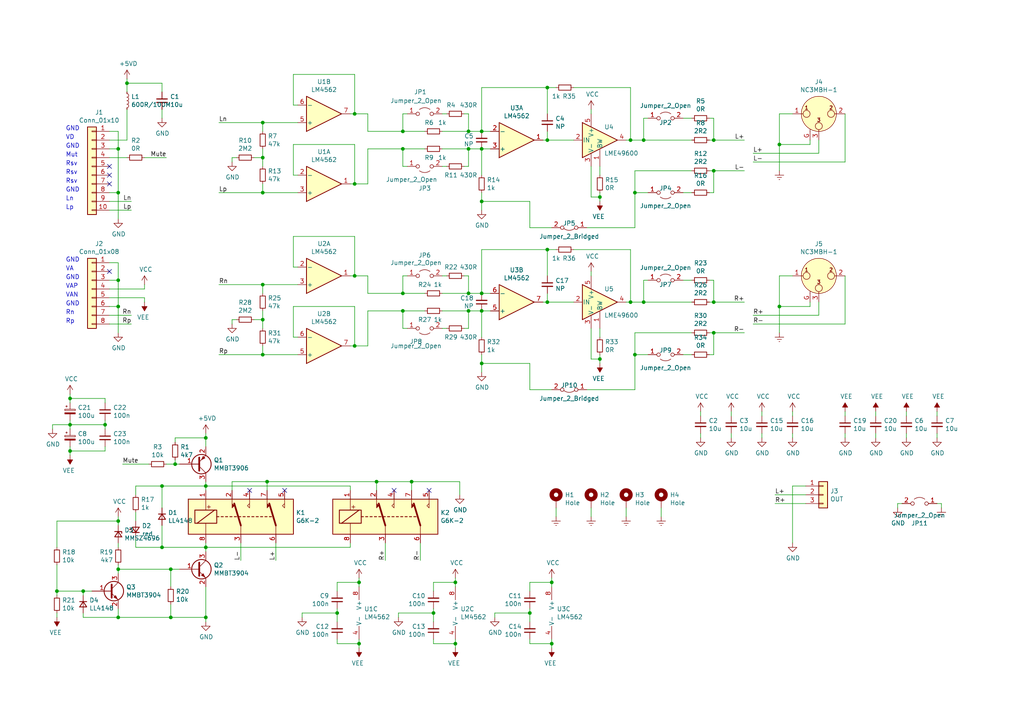
<source format=kicad_sch>
(kicad_sch (version 20211123) (generator eeschema)
  (paper "A4")
  (title_block (title "W-Output HP") (date "2021-03-27") (rev "2"))
  (junction (at 160.02 186.69))
  (junction (at 59.69 158.75))
  (junction (at 226.06 88.9))
  (junction (at 153.67 177.8))
  (junction (at 116.84 43.18))
  (junction (at 20.32 130.81))
  (junction (at 139.7 38.1))
  (junction (at 36.83 24.13))
  (junction (at 34.29 165.1))
  (junction (at 158.75 72.39))
  (junction (at 158.75 40.64))
  (junction (at 207.01 96.52))
  (junction (at 20.32 115.57))
  (junction (at 102.87 100.33))
  (junction (at 119.38 139.7))
  (junction (at 184.15 102.87))
  (junction (at 135.89 90.17))
  (junction (at 30.48 123.19))
  (junction (at 116.84 90.17))
  (junction (at 207.01 40.64))
  (junction (at 207.01 49.53))
  (junction (at 139.7 90.17))
  (junction (at 184.15 55.88))
  (junction (at 76.2 35.56))
  (junction (at 46.99 158.75))
  (junction (at 116.84 38.1))
  (junction (at 135.89 85.09))
  (junction (at 59.69 140.97))
  (junction (at 182.88 40.64))
  (junction (at 49.53 179.07))
  (junction (at 125.73 177.8))
  (junction (at 132.08 168.91))
  (junction (at 59.69 179.07))
  (junction (at 16.51 171.45))
  (junction (at 104.14 186.69))
  (junction (at 50.8 134.62))
  (junction (at 186.69 87.63))
  (junction (at 132.08 186.69))
  (junction (at 226.06 41.91))
  (junction (at 116.84 85.09))
  (junction (at 102.87 33.02))
  (junction (at 76.2 45.72))
  (junction (at 158.75 25.4))
  (junction (at 158.75 87.63))
  (junction (at 207.01 87.63))
  (junction (at 186.69 40.64))
  (junction (at 173.99 57.15))
  (junction (at 139.7 43.18))
  (junction (at 34.29 81.28))
  (junction (at 76.2 82.55))
  (junction (at 109.22 139.7))
  (junction (at 34.29 179.07))
  (junction (at 173.99 104.14))
  (junction (at 102.87 80.01))
  (junction (at 59.69 127))
  (junction (at 34.29 55.88))
  (junction (at 135.89 38.1))
  (junction (at 139.7 58.42))
  (junction (at 77.47 139.7))
  (junction (at 76.2 55.88))
  (junction (at 139.7 85.09))
  (junction (at 135.89 43.18))
  (junction (at 34.29 43.18))
  (junction (at 24.13 171.45))
  (junction (at 182.88 87.63))
  (junction (at 76.2 92.71))
  (junction (at 160.02 168.91))
  (junction (at 76.2 102.87))
  (junction (at 20.32 123.19))
  (junction (at 97.79 177.8))
  (junction (at 49.53 165.1))
  (junction (at 34.29 151.13))
  (junction (at 46.99 140.97))
  (junction (at 104.14 168.91))
  (junction (at 139.7 105.41))
  (junction (at 102.87 53.34))
  (junction (at 34.29 88.9))
  (no_connect (at 82.55 142.24))
  (no_connect (at 124.46 142.24))
  (no_connect (at 31.75 50.8))
  (no_connect (at 31.75 53.34))
  (no_connect (at 31.75 78.74))
  (no_connect (at 114.3 142.24))
  (no_connect (at 31.75 48.26))
  (no_connect (at 72.39 142.24))
  (wire (pts (xy 187.96 81.28) (xy 186.69 81.28)))
  (wire (pts (xy 106.68 85.09) (xy 116.84 85.09)))
  (wire (pts (xy 134.62 48.26) (xy 135.89 48.26)))
  (wire (pts (xy 153.67 66.04) (xy 160.02 66.04)))
  (wire (pts (xy 133.35 139.7) (xy 133.35 143.51)))
  (wire (pts (xy 109.22 142.24) (xy 109.22 139.7)))
  (wire (pts (xy 85.09 21.59) (xy 102.87 21.59)))
  (wire (pts (xy 24.13 179.07) (xy 34.29 179.07)))
  (wire (pts (xy 34.29 55.88) (xy 34.29 63.5)))
  (wire (pts (xy 245.11 80.01) (xy 245.11 93.98)))
  (wire (pts (xy 198.12 102.87) (xy 200.66 102.87)))
  (wire (pts (xy 207.01 49.53) (xy 215.9 49.53)))
  (wire (pts (xy 142.24 90.17) (xy 139.7 90.17)))
  (wire (pts (xy 63.5 35.56) (xy 76.2 35.56)))
  (wire (pts (xy 97.79 168.91) (xy 97.79 171.45)))
  (wire (pts (xy 102.87 53.34) (xy 101.6 53.34)))
  (wire (pts (xy 123.19 90.17) (xy 116.84 90.17)))
  (wire (pts (xy 184.15 49.53) (xy 184.15 55.88)))
  (wire (pts (xy 76.2 38.1) (xy 76.2 35.56)))
  (wire (pts (xy 39.37 140.97) (xy 39.37 143.51)))
  (wire (pts (xy 20.32 116.84) (xy 20.32 115.57)))
  (wire (pts (xy 31.75 43.18) (xy 34.29 43.18)))
  (wire (pts (xy 59.69 158.75) (xy 59.69 157.48)))
  (wire (pts (xy 128.27 48.26) (xy 129.54 48.26)))
  (wire (pts (xy 102.87 33.02) (xy 106.68 33.02)))
  (wire (pts (xy 271.78 120.65) (xy 271.78 119.38)))
  (wire (pts (xy 234.95 87.63) (xy 234.95 88.9)))
  (wire (pts (xy 86.36 77.47) (xy 85.09 77.47)))
  (wire (pts (xy 102.87 88.9) (xy 102.87 100.33)))
  (wire (pts (xy 76.2 43.18) (xy 76.2 45.72)))
  (wire (pts (xy 123.19 43.18) (xy 116.84 43.18)))
  (wire (pts (xy 59.69 127) (xy 59.69 129.54)))
  (wire (pts (xy 128.27 80.01) (xy 129.54 80.01)))
  (wire (pts (xy 20.32 129.54) (xy 20.32 130.81)))
  (wire (pts (xy 30.48 124.46) (xy 30.48 123.19)))
  (wire (pts (xy 31.75 55.88) (xy 34.29 55.88)))
  (wire (pts (xy 260.35 146.05) (xy 261.62 146.05)))
  (wire (pts (xy 187.96 34.29) (xy 186.69 34.29)))
  (wire (pts (xy 207.01 40.64) (xy 215.9 40.64)))
  (wire (pts (xy 76.2 90.17) (xy 76.2 92.71)))
  (wire (pts (xy 50.8 127) (xy 59.69 127)))
  (wire (pts (xy 85.09 41.91) (xy 102.87 41.91)))
  (wire (pts (xy 125.73 186.69) (xy 125.73 185.42)))
  (wire (pts (xy 59.69 140.97) (xy 101.6 140.97)))
  (wire (pts (xy 134.62 95.25) (xy 135.89 95.25)))
  (wire (pts (xy 67.31 93.98) (xy 67.31 92.71)))
  (wire (pts (xy 186.69 40.64) (xy 200.66 40.64)))
  (wire (pts (xy 229.87 119.38) (xy 229.87 120.65)))
  (wire (pts (xy 142.24 38.1) (xy 139.7 38.1)))
  (wire (pts (xy 153.67 105.41) (xy 153.67 113.03)))
  (wire (pts (xy 16.51 171.45) (xy 16.51 163.83)))
  (wire (pts (xy 226.06 33.02) (xy 226.06 41.91)))
  (wire (pts (xy 106.68 43.18) (xy 116.84 43.18)))
  (wire (pts (xy 262.89 120.65) (xy 262.89 119.38)))
  (wire (pts (xy 59.69 140.97) (xy 46.99 140.97)))
  (wire (pts (xy 67.31 45.72) (xy 68.58 45.72)))
  (wire (pts (xy 158.75 25.4) (xy 158.75 33.02)))
  (wire (pts (xy 24.13 171.45) (xy 26.67 171.45)))
  (wire (pts (xy 73.66 45.72) (xy 76.2 45.72)))
  (wire (pts (xy 46.99 147.32) (xy 46.99 140.97)))
  (wire (pts (xy 153.67 177.8) (xy 153.67 176.53)))
  (wire (pts (xy 16.51 171.45) (xy 24.13 171.45)))
  (wire (pts (xy 160.02 170.18) (xy 160.02 168.91)))
  (wire (pts (xy 132.08 170.18) (xy 132.08 168.91)))
  (wire (pts (xy 119.38 142.24) (xy 119.38 139.7)))
  (wire (pts (xy 50.8 134.62) (xy 52.07 134.62)))
  (wire (pts (xy 135.89 43.18) (xy 139.7 43.18)))
  (wire (pts (xy 41.91 83.82) (xy 41.91 82.55)))
  (wire (pts (xy 34.29 158.75) (xy 34.29 157.48)))
  (wire (pts (xy 125.73 180.34) (xy 125.73 177.8)))
  (wire (pts (xy 229.87 33.02) (xy 226.06 33.02)))
  (wire (pts (xy 102.87 100.33) (xy 106.68 100.33)))
  (wire (pts (xy 102.87 21.59) (xy 102.87 33.02)))
  (wire (pts (xy 139.7 85.09) (xy 139.7 72.39)))
  (wire (pts (xy 116.84 90.17) (xy 116.84 95.25)))
  (wire (pts (xy 116.84 33.02) (xy 118.11 33.02)))
  (wire (pts (xy 139.7 105.41) (xy 153.67 105.41)))
  (wire (pts (xy 135.89 33.02) (xy 135.89 38.1)))
  (wire (pts (xy 207.01 55.88) (xy 205.74 55.88)))
  (wire (pts (xy 173.99 105.41) (xy 173.99 104.14)))
  (wire (pts (xy 31.75 76.2) (xy 34.29 76.2)))
  (wire (pts (xy 116.84 85.09) (xy 116.84 80.01)))
  (wire (pts (xy 86.36 102.87) (xy 76.2 102.87)))
  (wire (pts (xy 134.62 33.02) (xy 135.89 33.02)))
  (wire (pts (xy 170.18 113.03) (xy 184.15 113.03)))
  (wire (pts (xy 106.68 90.17) (xy 116.84 90.17)))
  (wire (pts (xy 85.09 50.8) (xy 85.09 41.91)))
  (wire (pts (xy 184.15 55.88) (xy 187.96 55.88)))
  (wire (pts (xy 34.29 43.18) (xy 34.29 55.88)))
  (wire (pts (xy 97.79 177.8) (xy 97.79 176.53)))
  (wire (pts (xy 102.87 68.58) (xy 102.87 80.01)))
  (wire (pts (xy 31.75 38.1) (xy 34.29 38.1)))
  (wire (pts (xy 119.38 139.7) (xy 133.35 139.7)))
  (wire (pts (xy 173.99 48.26) (xy 173.99 50.8)))
  (wire (pts (xy 207.01 87.63) (xy 215.9 87.63)))
  (wire (pts (xy 128.27 38.1) (xy 135.89 38.1)))
  (wire (pts (xy 160.02 168.91) (xy 160.02 167.64)))
  (wire (pts (xy 16.51 158.75) (xy 16.51 151.13)))
  (wire (pts (xy 16.51 179.07) (xy 16.51 177.8)))
  (wire (pts (xy 245.11 127) (xy 245.11 125.73)))
  (wire (pts (xy 181.61 149.86) (xy 181.61 147.32)))
  (wire (pts (xy 16.51 151.13) (xy 34.29 151.13)))
  (wire (pts (xy 173.99 58.42) (xy 173.99 57.15)))
  (wire (pts (xy 207.01 81.28) (xy 205.74 81.28)))
  (wire (pts (xy 31.75 86.36) (xy 41.91 86.36)))
  (wire (pts (xy 34.29 81.28) (xy 34.29 88.9)))
  (wire (pts (xy 158.75 40.64) (xy 166.37 40.64)))
  (wire (pts (xy 31.75 83.82) (xy 41.91 83.82)))
  (wire (pts (xy 139.7 90.17) (xy 139.7 97.79)))
  (wire (pts (xy 166.37 25.4) (xy 182.88 25.4)))
  (wire (pts (xy 20.32 115.57) (xy 20.32 114.3)))
  (wire (pts (xy 158.75 25.4) (xy 161.29 25.4)))
  (wire (pts (xy 106.68 80.01) (xy 106.68 85.09)))
  (wire (pts (xy 135.89 48.26) (xy 135.89 43.18)))
  (wire (pts (xy 41.91 45.72) (xy 48.26 45.72)))
  (wire (pts (xy 59.69 160.02) (xy 59.69 158.75)))
  (wire (pts (xy 59.69 180.34) (xy 59.69 179.07)))
  (wire (pts (xy 85.09 68.58) (xy 102.87 68.58)))
  (wire (pts (xy 171.45 95.25) (xy 171.45 104.14)))
  (wire (pts (xy 31.75 58.42) (xy 38.1 58.42)))
  (wire (pts (xy 49.53 165.1) (xy 52.07 165.1)))
  (wire (pts (xy 203.2 125.73) (xy 203.2 127)))
  (wire (pts (xy 36.83 24.13) (xy 36.83 22.86)))
  (wire (pts (xy 182.88 40.64) (xy 186.69 40.64)))
  (wire (pts (xy 67.31 139.7) (xy 77.47 139.7)))
  (wire (pts (xy 143.51 177.8) (xy 153.67 177.8)))
  (wire (pts (xy 153.67 113.03) (xy 160.02 113.03)))
  (wire (pts (xy 153.67 58.42) (xy 153.67 66.04)))
  (wire (pts (xy 207.01 87.63) (xy 207.01 81.28)))
  (wire (pts (xy 234.95 40.64) (xy 234.95 41.91)))
  (wire (pts (xy 233.68 140.97) (xy 229.87 140.97)))
  (wire (pts (xy 30.48 130.81) (xy 30.48 129.54)))
  (wire (pts (xy 123.19 85.09) (xy 116.84 85.09)))
  (wire (pts (xy 245.11 120.65) (xy 245.11 119.38)))
  (wire (pts (xy 139.7 38.1) (xy 139.7 25.4)))
  (wire (pts (xy 182.88 72.39) (xy 182.88 87.63)))
  (wire (pts (xy 245.11 33.02) (xy 245.11 46.99)))
  (wire (pts (xy 30.48 123.19) (xy 30.48 121.92)))
  (wire (pts (xy 104.14 186.69) (xy 104.14 187.96)))
  (wire (pts (xy 135.89 95.25) (xy 135.89 90.17)))
  (wire (pts (xy 121.92 162.56) (xy 121.92 157.48)))
  (wire (pts (xy 186.69 87.63) (xy 200.66 87.63)))
  (wire (pts (xy 171.45 104.14) (xy 173.99 104.14)))
  (wire (pts (xy 101.6 158.75) (xy 101.6 157.48)))
  (wire (pts (xy 260.35 147.32) (xy 260.35 146.05)))
  (wire (pts (xy 203.2 120.65) (xy 203.2 119.38)))
  (wire (pts (xy 139.7 58.42) (xy 153.67 58.42)))
  (wire (pts (xy 191.77 149.86) (xy 191.77 147.32)))
  (wire (pts (xy 116.84 95.25) (xy 118.11 95.25)))
  (wire (pts (xy 205.74 96.52) (xy 207.01 96.52)))
  (wire (pts (xy 15.24 124.46) (xy 15.24 123.19)))
  (wire (pts (xy 132.08 186.69) (xy 125.73 186.69)))
  (wire (pts (xy 128.27 90.17) (xy 135.89 90.17)))
  (wire (pts (xy 160.02 186.69) (xy 153.67 186.69)))
  (wire (pts (xy 116.84 80.01) (xy 118.11 80.01)))
  (wire (pts (xy 116.84 38.1) (xy 116.84 33.02)))
  (wire (pts (xy 20.32 115.57) (xy 30.48 115.57)))
  (wire (pts (xy 59.69 125.73) (xy 59.69 127)))
  (wire (pts (xy 153.67 168.91) (xy 153.67 171.45)))
  (wire (pts (xy 104.14 186.69) (xy 97.79 186.69)))
  (wire (pts (xy 115.57 179.07) (xy 115.57 177.8)))
  (wire (pts (xy 220.98 120.65) (xy 220.98 119.38)))
  (wire (pts (xy 49.53 170.18) (xy 49.53 165.1)))
  (wire (pts (xy 46.99 152.4) (xy 46.99 158.75)))
  (wire (pts (xy 125.73 168.91) (xy 125.73 171.45)))
  (wire (pts (xy 104.14 168.91) (xy 104.14 167.64)))
  (wire (pts (xy 229.87 140.97) (xy 229.87 157.48)))
  (wire (pts (xy 224.79 146.05) (xy 233.68 146.05)))
  (wire (pts (xy 87.63 177.8) (xy 97.79 177.8)))
  (wire (pts (xy 205.74 40.64) (xy 207.01 40.64)))
  (wire (pts (xy 63.5 55.88) (xy 76.2 55.88)))
  (wire (pts (xy 34.29 165.1) (xy 49.53 165.1)))
  (wire (pts (xy 41.91 86.36) (xy 41.91 87.63)))
  (wire (pts (xy 160.02 186.69) (xy 160.02 187.96)))
  (wire (pts (xy 200.66 96.52) (xy 184.15 96.52)))
  (wire (pts (xy 158.75 72.39) (xy 161.29 72.39)))
  (wire (pts (xy 77.47 142.24) (xy 77.47 139.7)))
  (wire (pts (xy 49.53 175.26) (xy 49.53 179.07)))
  (wire (pts (xy 254 127) (xy 254 125.73)))
  (wire (pts (xy 36.83 24.13) (xy 46.99 24.13)))
  (wire (pts (xy 102.87 53.34) (xy 106.68 53.34)))
  (wire (pts (xy 31.75 60.96) (xy 38.1 60.96)))
  (wire (pts (xy 207.01 102.87) (xy 205.74 102.87)))
  (wire (pts (xy 271.78 127) (xy 271.78 125.73)))
  (wire (pts (xy 115.57 177.8) (xy 125.73 177.8)))
  (wire (pts (xy 135.89 85.09) (xy 139.7 85.09)))
  (wire (pts (xy 77.47 139.7) (xy 109.22 139.7)))
  (wire (pts (xy 39.37 151.13) (xy 39.37 148.59)))
  (wire (pts (xy 233.68 143.51) (xy 224.79 143.51)))
  (wire (pts (xy 128.27 43.18) (xy 135.89 43.18)))
  (wire (pts (xy 234.95 88.9) (xy 226.06 88.9)))
  (wire (pts (xy 170.18 66.04) (xy 184.15 66.04)))
  (wire (pts (xy 16.51 171.45) (xy 16.51 172.72)))
  (wire (pts (xy 34.29 88.9) (xy 34.29 96.52)))
  (wire (pts (xy 34.29 76.2) (xy 34.29 81.28)))
  (wire (pts (xy 181.61 40.64) (xy 182.88 40.64)))
  (wire (pts (xy 262.89 127) (xy 262.89 125.73)))
  (wire (pts (xy 226.06 80.01) (xy 226.06 88.9)))
  (wire (pts (xy 212.09 125.73) (xy 212.09 127)))
  (wire (pts (xy 134.62 80.01) (xy 135.89 80.01)))
  (wire (pts (xy 160.02 185.42) (xy 160.02 186.69)))
  (wire (pts (xy 31.75 93.98) (xy 38.1 93.98)))
  (wire (pts (xy 43.18 134.62) (xy 35.56 134.62)))
  (wire (pts (xy 198.12 34.29) (xy 200.66 34.29)))
  (wire (pts (xy 135.89 80.01) (xy 135.89 85.09)))
  (wire (pts (xy 207.01 34.29) (xy 205.74 34.29)))
  (wire (pts (xy 85.09 30.48) (xy 85.09 21.59)))
  (wire (pts (xy 158.75 85.09) (xy 158.75 87.63)))
  (wire (pts (xy 76.2 53.34) (xy 76.2 55.88)))
  (wire (pts (xy 143.51 179.07) (xy 143.51 177.8)))
  (wire (pts (xy 31.75 45.72) (xy 36.83 45.72)))
  (wire (pts (xy 59.69 142.24) (xy 59.69 140.97)))
  (wire (pts (xy 104.14 170.18) (xy 104.14 168.91)))
  (wire (pts (xy 198.12 55.88) (xy 200.66 55.88)))
  (wire (pts (xy 229.87 80.01) (xy 226.06 80.01)))
  (wire (pts (xy 85.09 77.47) (xy 85.09 68.58)))
  (wire (pts (xy 158.75 38.1) (xy 158.75 40.64)))
  (wire (pts (xy 20.32 123.19) (xy 30.48 123.19)))
  (wire (pts (xy 34.29 176.53) (xy 34.29 179.07)))
  (wire (pts (xy 182.88 40.64) (xy 182.88 25.4)))
  (wire (pts (xy 59.69 170.18) (xy 59.69 179.07)))
  (wire (pts (xy 139.7 55.88) (xy 139.7 58.42)))
  (wire (pts (xy 218.44 46.99) (xy 245.11 46.99)))
  (wire (pts (xy 76.2 85.09) (xy 76.2 82.55)))
  (wire (pts (xy 50.8 133.35) (xy 50.8 134.62)))
  (wire (pts (xy 207.01 96.52) (xy 215.9 96.52)))
  (wire (pts (xy 34.29 166.37) (xy 34.29 165.1)))
  (wire (pts (xy 184.15 113.03) (xy 184.15 102.87)))
  (wire (pts (xy 254 120.65) (xy 254 119.38)))
  (wire (pts (xy 218.44 93.98) (xy 245.11 93.98)))
  (wire (pts (xy 171.45 149.86) (xy 171.45 147.32)))
  (wire (pts (xy 153.67 186.69) (xy 153.67 185.42)))
  (wire (pts (xy 39.37 158.75) (xy 46.99 158.75)))
  (wire (pts (xy 132.08 168.91) (xy 125.73 168.91)))
  (wire (pts (xy 24.13 172.72) (xy 24.13 171.45)))
  (wire (pts (xy 116.84 48.26) (xy 118.11 48.26)))
  (wire (pts (xy 76.2 92.71) (xy 76.2 95.25)))
  (wire (pts (xy 20.32 123.19) (xy 20.32 121.92)))
  (wire (pts (xy 30.48 115.57) (xy 30.48 116.84)))
  (wire (pts (xy 171.45 48.26) (xy 171.45 57.15)))
  (wire (pts (xy 160.02 168.91) (xy 153.67 168.91)))
  (wire (pts (xy 86.36 35.56) (xy 76.2 35.56)))
  (wire (pts (xy 184.15 66.04) (xy 184.15 55.88)))
  (wire (pts (xy 234.95 41.91) (xy 226.06 41.91)))
  (wire (pts (xy 161.29 149.86) (xy 161.29 147.32)))
  (wire (pts (xy 106.68 53.34) (xy 106.68 43.18)))
  (wire (pts (xy 181.61 87.63) (xy 182.88 87.63)))
  (wire (pts (xy 198.12 81.28) (xy 200.66 81.28)))
  (wire (pts (xy 166.37 72.39) (xy 182.88 72.39)))
  (wire (pts (xy 135.89 38.1) (xy 139.7 38.1)))
  (wire (pts (xy 86.36 82.55) (xy 76.2 82.55)))
  (wire (pts (xy 67.31 142.24) (xy 67.31 139.7)))
  (wire (pts (xy 186.69 81.28) (xy 186.69 87.63)))
  (wire (pts (xy 109.22 139.7) (xy 119.38 139.7)))
  (wire (pts (xy 50.8 128.27) (xy 50.8 127)))
  (wire (pts (xy 132.08 185.42) (xy 132.08 186.69)))
  (wire (pts (xy 218.44 91.44) (xy 237.49 91.44)))
  (wire (pts (xy 173.99 104.14) (xy 173.99 102.87)))
  (wire (pts (xy 86.36 55.88) (xy 76.2 55.88)))
  (wire (pts (xy 128.27 85.09) (xy 135.89 85.09)))
  (wire (pts (xy 34.29 165.1) (xy 34.29 163.83)))
  (wire (pts (xy 157.48 87.63) (xy 158.75 87.63)))
  (wire (pts (xy 20.32 130.81) (xy 20.32 132.08)))
  (wire (pts (xy 102.87 100.33) (xy 101.6 100.33)))
  (wire (pts (xy 218.44 44.45) (xy 237.49 44.45)))
  (wire (pts (xy 207.01 49.53) (xy 207.01 55.88)))
  (wire (pts (xy 34.29 38.1) (xy 34.29 43.18)))
  (wire (pts (xy 205.74 87.63) (xy 207.01 87.63)))
  (wire (pts (xy 69.85 162.56) (xy 69.85 157.48)))
  (wire (pts (xy 139.7 102.87) (xy 139.7 105.41)))
  (wire (pts (xy 46.99 158.75) (xy 59.69 158.75)))
  (wire (pts (xy 220.98 125.73) (xy 220.98 127)))
  (wire (pts (xy 200.66 49.53) (xy 184.15 49.53)))
  (wire (pts (xy 87.63 179.07) (xy 87.63 177.8)))
  (wire (pts (xy 171.45 31.75) (xy 171.45 33.02)))
  (wire (pts (xy 139.7 43.18) (xy 139.7 50.8)))
  (wire (pts (xy 102.87 41.91) (xy 102.87 53.34)))
  (wire (pts (xy 39.37 158.75) (xy 39.37 156.21)))
  (wire (pts (xy 104.14 185.42) (xy 104.14 186.69)))
  (wire (pts (xy 116.84 43.18) (xy 116.84 48.26)))
  (wire (pts (xy 34.29 179.07) (xy 49.53 179.07)))
  (wire (pts (xy 139.7 25.4) (xy 158.75 25.4)))
  (wire (pts (xy 173.99 95.25) (xy 173.99 97.79)))
  (wire (pts (xy 20.32 124.46) (xy 20.32 123.19)))
  (wire (pts (xy 36.83 40.64) (xy 36.83 31.75)))
  (wire (pts (xy 237.49 40.64) (xy 237.49 44.45)))
  (wire (pts (xy 184.15 96.52) (xy 184.15 102.87)))
  (wire (pts (xy 101.6 140.97) (xy 101.6 142.24)))
  (wire (pts (xy 142.24 85.09) (xy 139.7 85.09)))
  (wire (pts (xy 31.75 91.44) (xy 38.1 91.44)))
  (wire (pts (xy 158.75 72.39) (xy 158.75 80.01)))
  (wire (pts (xy 67.31 46.99) (xy 67.31 45.72)))
  (wire (pts (xy 273.05 146.05) (xy 273.05 147.32)))
  (wire (pts (xy 226.06 41.91) (xy 226.06 49.53)))
  (wire (pts (xy 173.99 57.15) (xy 173.99 55.88)))
  (wire (pts (xy 46.99 140.97) (xy 39.37 140.97)))
  (wire (pts (xy 207.01 40.64) (xy 207.01 34.29)))
  (wire (pts (xy 76.2 45.72) (xy 76.2 48.26)))
  (wire (pts (xy 207.01 96.52) (xy 207.01 102.87)))
  (wire (pts (xy 59.69 140.97) (xy 59.69 139.7)))
  (wire (pts (xy 80.01 162.56) (xy 80.01 157.48)))
  (wire (pts (xy 73.66 92.71) (xy 76.2 92.71)))
  (wire (pts (xy 128.27 95.25) (xy 129.54 95.25)))
  (wire (pts (xy 139.7 105.41) (xy 139.7 107.95)))
  (wire (pts (xy 132.08 168.91) (xy 132.08 167.64)))
  (wire (pts (xy 63.5 102.87) (xy 76.2 102.87)))
  (wire (pts (xy 205.74 49.53) (xy 207.01 49.53)))
  (wire (pts (xy 102.87 33.02) (xy 101.6 33.02)))
  (wire (pts (xy 171.45 57.15) (xy 173.99 57.15)))
  (wire (pts (xy 186.69 34.29) (xy 186.69 40.64)))
  (wire (pts (xy 111.76 157.48) (xy 111.76 162.56)))
  (wire (pts (xy 46.99 24.13) (xy 46.99 26.67)))
  (wire (pts (xy 104.14 168.91) (xy 97.79 168.91)))
  (wire (pts (xy 142.24 43.18) (xy 139.7 43.18)))
  (wire (pts (xy 123.19 38.1) (xy 116.84 38.1)))
  (wire (pts (xy 102.87 80.01) (xy 101.6 80.01)))
  (wire (pts (xy 132.08 186.69) (xy 132.08 187.96)))
  (wire (pts (xy 36.83 26.67) (xy 36.83 24.13)))
  (wire (pts (xy 226.06 88.9) (xy 226.06 96.52)))
  (wire (pts (xy 157.48 40.64) (xy 158.75 40.64)))
  (wire (pts (xy 139.7 72.39) (xy 158.75 72.39)))
  (wire (pts (xy 46.99 34.29) (xy 46.99 31.75)))
  (wire (pts (xy 48.26 134.62) (xy 50.8 134.62)))
  (wire (pts (xy 106.68 33.02) (xy 106.68 38.1)))
  (wire (pts (xy 106.68 100.33) (xy 106.68 90.17)))
  (wire (pts (xy 86.36 97.79) (xy 85.09 97.79)))
  (wire (pts (xy 59.69 158.75) (xy 101.6 158.75)))
  (wire (pts (xy 49.53 179.07) (xy 59.69 179.07)))
  (wire (pts (xy 31.75 88.9) (xy 34.29 88.9)))
  (wire (pts (xy 97.79 180.34) (xy 97.79 177.8)))
  (wire (pts (xy 135.89 90.17) (xy 139.7 90.17)))
  (wire (pts (xy 86.36 30.48) (xy 85.09 30.48)))
  (wire (pts (xy 24.13 177.8) (xy 24.13 179.07)))
  (wire (pts (xy 20.32 130.81) (xy 30.48 130.81)))
  (wire (pts (xy 128.27 33.02) (xy 129.54 33.02)))
  (wire (pts (xy 97.79 186.69) (xy 97.79 185.42)))
  (wire (pts (xy 76.2 100.33) (xy 76.2 102.87)))
  (wire (pts (xy 125.73 177.8) (xy 125.73 176.53)))
  (wire (pts (xy 106.68 38.1) (xy 116.84 38.1)))
  (wire (pts (xy 85.09 88.9) (xy 102.87 88.9)))
  (wire (pts (xy 271.78 146.05) (xy 273.05 146.05)))
  (wire (pts (xy 139.7 58.42) (xy 139.7 60.96)))
  (wire (pts (xy 85.09 97.79) (xy 85.09 88.9)))
  (wire (pts (xy 31.75 40.64) (xy 36.83 40.64)))
  (wire (pts (xy 15.24 123.19) (xy 20.32 123.19)))
  (wire (pts (xy 34.29 149.86) (xy 34.29 151.13)))
  (wire (pts (xy 31.75 81.28) (xy 34.29 81.28)))
  (wire (pts (xy 86.36 50.8) (xy 85.09 50.8)))
  (wire (pts (xy 229.87 125.73) (xy 229.87 127)))
  (wire (pts (xy 102.87 80.01) (xy 106.68 80.01)))
  (wire (pts (xy 184.15 102.87) (xy 187.96 102.87)))
  (wire (pts (xy 171.45 78.74) (xy 171.45 80.01)))
  (wire (pts (xy 153.67 180.34) (xy 153.67 177.8)))
  (wire (pts (xy 182.88 87.63) (xy 186.69 87.63)))
  (wire (pts (xy 67.31 92.71) (xy 68.58 92.71)))
  (wire (pts (xy 63.5 82.55) (xy 76.2 82.55)))
  (wire (pts (xy 34.29 152.4) (xy 34.29 151.13)))
  (wire (pts (xy 212.09 120.65) (xy 212.09 119.38)))
  (wire (pts (xy 166.37 87.63) (xy 158.75 87.63)))
  (wire (pts (xy 237.49 87.63) (xy 237.49 91.44)))
  (text "Mut" (at 19.05 45.72 0) (effects (font (size 1.27 1.27)) (justify left bottom)))
  (text "GND" (at 19.05 43.18 0) (effects (font (size 1.27 1.27)) (justify left bottom)))
  (text "Rn" (at 19.05 91.44 0) (effects (font (size 1.27 1.27)) (justify left bottom)))
  (text "Rsv" (at 19.05 48.26 0) (effects (font (size 1.27 1.27)) (justify left bottom)))
  (text "GND" (at 19.05 81.28 0) (effects (font (size 1.27 1.27)) (justify left bottom)))
  (text "VAN" (at 19.05 86.36 0) (effects (font (size 1.27 1.27)) (justify left bottom)))
  (text "Rsv" (at 19.05 53.34 0) (effects (font (size 1.27 1.27)) (justify left bottom)))
  (text "VA" (at 19.05 78.74 0) (effects (font (size 1.27 1.27)) (justify left bottom)))
  (text "GND" (at 19.05 55.88 0) (effects (font (size 1.27 1.27)) (justify left bottom)))
  (text "GND" (at 19.05 76.2 0) (effects (font (size 1.27 1.27)) (justify left bottom)))
  (text "Rp" (at 19.05 93.98 0) (effects (font (size 1.27 1.27)) (justify left bottom)))
  (text "Lp" (at 19.05 60.96 0) (effects (font (size 1.27 1.27)) (justify left bottom)))
  (text "VAP" (at 19.05 83.82 0) (effects (font (size 1.27 1.27)) (justify left bottom)))
  (text "Rsv" (at 19.05 50.8 0) (effects (font (size 1.27 1.27)) (justify left bottom)))
  (text "VD" (at 19.05 40.64 0) (effects (font (size 1.27 1.27)) (justify left bottom)))
  (text "GND" (at 19.05 38.1 0) (effects (font (size 1.27 1.27)) (justify left bottom)))
  (text "GND" (at 19.05 88.9 0) (effects (font (size 1.27 1.27)) (justify left bottom)))
  (text "Ln" (at 19.05 58.42 0) (effects (font (size 1.27 1.27)) (justify left bottom)))
  (label "Mute" (at 48.26 45.72 180))
  (label "R+" (at 215.9 87.63 180))
  (label "R-" (at 215.9 96.52 180))
  (label "R-" (at 121.92 162.56 90))
  (label "Rn" (at 63.5 82.55 0))
  (label "L+" (at 80.01 162.56 90))
  (label "Mute" (at 35.56 134.62 0))
  (label "L-" (at 69.85 162.56 90))
  (label "L-" (at 215.9 49.53 180))
  (label "L+" (at 215.9 40.64 180))
  (label "L-" (at 218.44 46.99 0))
  (label "Rp" (at 38.1 93.98 180))
  (label "Lp" (at 38.1 60.96 180))
  (label "R+" (at 111.76 162.56 90))
  (label "Rp" (at 63.5 102.87 0))
  (label "Ln" (at 38.1 58.42 180))
  (label "R+" (at 224.79 146.05 0))
  (label "Rn" (at 38.1 91.44 180))
  (label "Lp" (at 63.5 55.88 0))
  (label "L+" (at 224.79 143.51 0))
  (label "Ln" (at 63.5 35.56 0))
  (label "L+" (at 218.44 44.45 0))
  (label "R-" (at 218.44 93.98 0))
  (label "R+" (at 218.44 91.44 0))
  (symbol (lib_id "Connector_Generic:Conn_01x10") (at 26.67 48.26 0) (mirror y) (unit 1)
    (property "Reference" "J1" (at 28.7528 32.5882 0))
    (property "Value" "Conn_01x10" (at 28.7528 34.8996 0))
    (property "Footprint" "Connector_PinSocket_2.54mm:PinSocket_1x10_P2.54mm_Vertical" (effects hide))
  )
  (symbol (lib_id "Connector_Generic:Conn_01x08") (at 26.67 83.82 0) (mirror y) (unit 1)
    (property "Reference" "J2" (at 28.7528 70.6882 0))
    (property "Value" "Conn_01x08" (at 28.7528 72.9996 0))
    (property "Footprint" "Connector_PinSocket_2.54mm:PinSocket_1x08_P2.54mm_Vertical" (effects hide))
  )
  (symbol (lib_id "power:GND") (at 34.29 96.52 0) (unit 1)
    (property "Reference" "#PWR0101" (effects hide))
    (property "Value" "GND" (at 34.417 100.9142 0))
  )
  (symbol (lib_id "power:GND") (at 34.29 63.5 0) (unit 1)
    (property "Reference" "#PWR0102" (effects hide))
    (property "Value" "GND" (at 34.417 67.8942 0))
  )
  (symbol (lib_id "Device:R_Small") (at 39.37 45.72 270) (unit 1)
    (property "Reference" "R2" (at 39.37 40.7416 90))
    (property "Value" "0R" (at 39.37 43.053 90))
    (property "Footprint" "Resistor_SMD:R_0603_1608Metric" (effects hide))
    (property "LCSC" "C21189" (effects hide))
  )
  (symbol (lib_id "power:VCC") (at 41.91 82.55 0) (unit 1)
    (property "Reference" "#PWR0103" (effects hide))
    (property "Value" "VCC" (at 42.291 78.1558 0))
  )
  (symbol (lib_id "power:VEE") (at 41.91 87.63 180) (unit 1)
    (property "Reference" "#PWR0104" (effects hide))
    (property "Value" "VEE" (at 41.529 92.0242 0))
  )
  (symbol (lib_id "power:+5VD") (at 36.83 22.86 0) (unit 1)
    (property "Reference" "#PWR0105" (effects hide))
    (property "Value" "+5VD" (at 37.211 18.4658 0))
  )
  (symbol (lib_id "Device:L_Small") (at 36.83 29.21 0) (unit 1)
    (property "Reference" "L1" (at 38.0492 28.0416 0) (effects (justify left)))
    (property "Value" "600R/100M" (at 38.0492 30.353 0) (effects (justify left)))
    (property "Footprint" "Inductor_SMD:L_0805_2012Metric" (effects hide))
    (property "LCSC" "C1017" (effects hide))
  )
  (symbol (lib_id "Device:C_Small") (at 46.99 29.21 0) (unit 1)
    (property "Reference" "C1" (at 49.3268 28.0416 0) (effects (justify left)))
    (property "Value" "10u" (at 49.3268 30.353 0) (effects (justify left)))
    (property "Footprint" "Capacitor_SMD:C_0805_2012Metric" (effects hide))
    (property "LCSC" "C15850" (effects hide))
  )
  (symbol (lib_id "power:GND") (at 46.99 34.29 0) (unit 1)
    (property "Reference" "#PWR0106" (effects hide))
    (property "Value" "GND" (at 47.117 38.6842 0))
  )
  (symbol (lib_id "Device:Q_PNP_BEC") (at 57.15 134.62 0) (mirror x) (unit 1)
    (property "Reference" "Q1" (at 62.0014 133.4516 0) (effects (justify left)))
    (property "Value" "MMBT3906" (at 62.0014 135.763 0) (effects (justify left)))
    (property "Footprint" "Package_TO_SOT_SMD:SOT-23" (effects hide))
    (property "LCSC" "C53444" (effects hide))
  )
  (symbol (lib_id "Device:Q_NPN_BEC") (at 57.15 165.1 0) (unit 1)
    (property "Reference" "Q2" (at 62.0014 163.9316 0) (effects (justify left)))
    (property "Value" "MMBT3904" (at 62.0014 166.243 0) (effects (justify left)))
    (property "Footprint" "Package_TO_SOT_SMD:SOT-23" (effects hide))
    (property "LCSC" "C81464" (effects hide))
  )
  (symbol (lib_id "Device:R_Small") (at 45.72 134.62 270) (unit 1)
    (property "Reference" "R3" (at 45.72 129.6416 90))
    (property "Value" "10k" (at 45.72 131.953 90))
    (property "Footprint" "Resistor_SMD:R_0603_1608Metric" (effects hide))
    (property "LCSC" "C25804" (effects hide))
  )
  (symbol (lib_id "Device:R_Small") (at 50.8 130.81 0) (unit 1)
    (property "Reference" "R1" (at 52.2986 129.6416 0) (effects (justify left)))
    (property "Value" "4k7" (at 52.2986 131.953 0) (effects (justify left)))
    (property "Footprint" "Resistor_SMD:R_0603_1608Metric" (effects hide))
    (property "LCSC" "C23162" (effects hide))
  )
  (symbol (lib_id "power:+5VD") (at 59.69 125.73 0) (unit 1)
    (property "Reference" "#PWR0107" (effects hide))
    (property "Value" "+5VD" (at 60.071 121.3358 0))
  )
  (symbol (lib_id "Relay:G6K-2") (at 69.85 149.86 0) (unit 1)
    (property "Reference" "K1" (at 85.852 148.6916 0) (effects (justify left)))
    (property "Value" "G6K-2" (at 85.852 151.003 0) (effects (justify left)))
    (property "Footprint" "Relay_SMD:Relay_DPDT_Omron_G6K-2F-Y" (effects hide))
    (property "Datasheet" "http://omronfs.omron.com/en_US/ecb/products/pdf/en-g6k.pdf" (effects hide))
    (property "LCSC" "C47190" (effects hide))
  )
  (symbol (lib_id "Device:R_Small") (at 39.37 146.05 0) (unit 1)
    (property "Reference" "R17" (at 40.8686 144.8816 0) (effects (justify left)))
    (property "Value" "1k" (at 40.8686 147.193 0) (effects (justify left)))
    (property "Footprint" "Resistor_SMD:R_0603_1608Metric" (effects hide))
    (property "LCSC" "C21190" (effects hide))
  )
  (symbol (lib_id "Device:LED_Small") (at 39.37 153.67 90) (unit 1)
    (property "Reference" "D2" (at 41.148 152.5016 90) (effects (justify right)))
    (property "Value" "red" (at 41.148 154.813 90) (effects (justify right)))
    (property "Footprint" "LED_SMD:LED_0603_1608Metric" (effects hide))
    (property "LCSC" "C2286" (effects hide))
  )
  (symbol (lib_id "Device:D_Small") (at 46.99 149.86 270) (unit 1)
    (property "Reference" "D1" (at 48.768 148.6916 90) (effects (justify left)))
    (property "Value" "LL4148" (at 48.768 151.003 90) (effects (justify left)))
    (property "Footprint" "Diode_SMD:D_MiniMELF" (effects hide))
    (property "LCSC" "C9808" (effects hide))
  )
  (symbol (lib_id "Device:R_Small") (at 49.53 172.72 180) (unit 1)
    (property "Reference" "R20" (at 51.0286 171.5516 0) (effects (justify right)))
    (property "Value" "10k" (at 51.0286 173.863 0) (effects (justify right)))
    (property "Footprint" "Resistor_SMD:R_0603_1608Metric" (effects hide))
    (property "LCSC" "C25804" (effects hide))
  )
  (symbol (lib_id "power:GND") (at 59.69 180.34 0) (unit 1)
    (property "Reference" "#PWR0108" (effects hide))
    (property "Value" "GND" (at 59.817 184.7342 0))
  )
  (symbol (lib_id "Device:Q_NPN_BEC") (at 31.75 171.45 0) (unit 1)
    (property "Reference" "Q3" (at 36.6014 170.2816 0) (effects (justify left)))
    (property "Value" "MMBT3904" (at 36.6014 172.593 0) (effects (justify left)))
    (property "Footprint" "Package_TO_SOT_SMD:SOT-23" (effects hide))
    (property "LCSC" "C81464" (effects hide))
  )
  (symbol (lib_id "Device:R_Small") (at 34.29 161.29 0) (mirror x) (unit 1)
    (property "Reference" "R19" (at 32.7914 160.1216 0) (effects (justify right)))
    (property "Value" "4k7" (at 32.7914 162.433 0) (effects (justify right)))
    (property "Footprint" "Resistor_SMD:R_0603_1608Metric" (effects hide))
    (property "LCSC" "C23162" (effects hide))
  )
  (symbol (lib_id "Device:R_Small") (at 16.51 161.29 180) (unit 1)
    (property "Reference" "R18" (at 18.0086 160.1216 0) (effects (justify right)))
    (property "Value" "10k" (at 18.0086 162.433 0) (effects (justify right)))
    (property "Footprint" "Resistor_SMD:R_0603_1608Metric" (effects hide))
    (property "LCSC" "C25804" (effects hide))
  )
  (symbol (lib_id "Device:R_Small") (at 16.51 175.26 180) (unit 1)
    (property "Reference" "R21" (at 18.0086 174.0916 0) (effects (justify right)))
    (property "Value" "10k" (at 18.0086 176.403 0) (effects (justify right)))
    (property "Footprint" "Resistor_SMD:R_0603_1608Metric" (effects hide))
    (property "LCSC" "C25804" (effects hide))
  )
  (symbol (lib_id "power:VEE") (at 16.51 179.07 180) (unit 1)
    (property "Reference" "#PWR0109" (effects hide))
    (property "Value" "VEE" (at 16.129 183.4642 0))
  )
  (symbol (lib_id "power:VCC") (at 34.29 149.86 0) (unit 1)
    (property "Reference" "#PWR0110" (effects hide))
    (property "Value" "VCC" (at 34.671 145.4658 0))
  )
  (symbol (lib_id "Device:D_Zener_Small") (at 34.29 154.94 270) (unit 1)
    (property "Reference" "D3" (at 36.068 153.7716 90) (effects (justify left)))
    (property "Value" "MMSZ4696" (at 36.068 156.083 90) (effects (justify left)))
    (property "Footprint" "Diode_SMD:D_SOD-123" (effects hide))
    (property "LCSC" "C93559" (effects hide))
  )
  (symbol (lib_id "Amplifier_Operational:LM4562") (at 93.98 53.34 0) (mirror x) (unit 1)
    (property "Reference" "U1" (at 93.98 44.0182 0))
    (property "Value" "LM4562" (at 93.98 46.3296 0))
    (property "Footprint" "Package_SO:SOIC-8_3.9x4.9mm_P1.27mm" (effects hide))
    (property "Datasheet" "http://www.ti.com/lit/ds/symlink/lm4562.pdf" (effects hide))
    (property "LCSC" "C57367" (effects hide))
  )
  (symbol (lib_id "Amplifier_Operational:LM4562") (at 93.98 33.02 0) (mirror x) (unit 2)
    (property "Reference" "U1" (at 93.98 23.6982 0))
    (property "Value" "LM4562" (at 93.98 26.0096 0))
    (property "Footprint" "Package_SO:SOIC-8_3.9x4.9mm_P1.27mm" (effects hide))
    (property "Datasheet" "http://www.ti.com/lit/ds/symlink/lm4562.pdf" (effects hide))
    (property "LCSC" "C57367" (effects hide))
  )
  (symbol (lib_id "Amplifier_Operational:LM4562") (at 106.68 177.8 0) (unit 3)
    (property "Reference" "U1" (at 105.6132 176.6316 0) (effects (justify left)))
    (property "Value" "LM4562" (at 105.6132 178.943 0) (effects (justify left)))
    (property "Footprint" "Package_SO:SOIC-8_3.9x4.9mm_P1.27mm" (effects hide))
    (property "Datasheet" "http://www.ti.com/lit/ds/symlink/lm4562.pdf" (effects hide))
    (property "LCSC" "C57367" (effects hide))
  )
  (symbol (lib_id "Device:C_Small") (at 97.79 173.99 0) (mirror x) (unit 1)
    (property "Reference" "C9" (at 95.4532 172.8216 0) (effects (justify right)))
    (property "Value" "100n" (at 95.4532 175.133 0) (effects (justify right)))
    (property "Footprint" "Capacitor_SMD:C_0603_1608Metric" (effects hide))
    (property "LCSC" "C14663" (effects hide))
  )
  (symbol (lib_id "Device:C_Small") (at 97.79 182.88 0) (mirror x) (unit 1)
    (property "Reference" "C12" (at 95.4532 181.7116 0) (effects (justify right)))
    (property "Value" "100n" (at 95.4532 184.023 0) (effects (justify right)))
    (property "Footprint" "Capacitor_SMD:C_0603_1608Metric" (effects hide))
    (property "LCSC" "C14663" (effects hide))
  )
  (symbol (lib_id "power:VCC") (at 104.14 167.64 0) (unit 1)
    (property "Reference" "#PWR0111" (effects hide))
    (property "Value" "VCC" (at 104.521 163.2458 0))
  )
  (symbol (lib_id "power:VEE") (at 104.14 187.96 180) (unit 1)
    (property "Reference" "#PWR0112" (effects hide))
    (property "Value" "VEE" (at 103.759 192.3542 0))
  )
  (symbol (lib_id "power:GND") (at 87.63 179.07 0) (unit 1)
    (property "Reference" "#PWR0113" (effects hide))
    (property "Value" "GND" (at 87.757 183.4642 0))
  )
  (symbol (lib_id "Amplifier_Operational:LM4562") (at 134.62 177.8 0) (unit 3)
    (property "Reference" "U2" (at 133.5532 176.6316 0) (effects (justify left)))
    (property "Value" "LM4562" (at 133.5532 178.943 0) (effects (justify left)))
    (property "Footprint" "Package_SO:SOIC-8_3.9x4.9mm_P1.27mm" (effects hide))
    (property "Datasheet" "http://www.ti.com/lit/ds/symlink/lm4562.pdf" (effects hide))
    (property "LCSC" "C57367" (effects hide))
  )
  (symbol (lib_id "Device:C_Small") (at 125.73 173.99 0) (mirror x) (unit 1)
    (property "Reference" "C10" (at 123.3932 172.8216 0) (effects (justify right)))
    (property "Value" "100n" (at 123.3932 175.133 0) (effects (justify right)))
    (property "Footprint" "Capacitor_SMD:C_0603_1608Metric" (effects hide))
    (property "LCSC" "C14663" (effects hide))
  )
  (symbol (lib_id "Device:C_Small") (at 125.73 182.88 0) (mirror x) (unit 1)
    (property "Reference" "C13" (at 123.3932 181.7116 0) (effects (justify right)))
    (property "Value" "100n" (at 123.3932 184.023 0) (effects (justify right)))
    (property "Footprint" "Capacitor_SMD:C_0603_1608Metric" (effects hide))
    (property "LCSC" "C14663" (effects hide))
  )
  (symbol (lib_id "power:VCC") (at 132.08 167.64 0) (unit 1)
    (property "Reference" "#PWR0114" (effects hide))
    (property "Value" "VCC" (at 132.461 163.2458 0))
  )
  (symbol (lib_id "power:VEE") (at 132.08 187.96 180) (unit 1)
    (property "Reference" "#PWR0115" (effects hide))
    (property "Value" "VEE" (at 131.699 192.3542 0))
  )
  (symbol (lib_id "power:GND") (at 115.57 179.07 0) (unit 1)
    (property "Reference" "#PWR0116" (effects hide))
    (property "Value" "GND" (at 115.697 183.4642 0))
  )
  (symbol (lib_id "Amplifier_Operational:LM4562") (at 162.56 177.8 0) (unit 3)
    (property "Reference" "U3" (at 161.4932 176.6316 0) (effects (justify left)))
    (property "Value" "LM4562" (at 161.4932 178.943 0) (effects (justify left)))
    (property "Footprint" "Package_SO:SOIC-8_3.9x4.9mm_P1.27mm" (effects hide))
    (property "Datasheet" "http://www.ti.com/lit/ds/symlink/lm4562.pdf" (effects hide))
    (property "LCSC" "C57367" (effects hide))
  )
  (symbol (lib_id "Device:C_Small") (at 153.67 173.99 0) (mirror x) (unit 1)
    (property "Reference" "C11" (at 151.3332 172.8216 0) (effects (justify right)))
    (property "Value" "100n" (at 151.3332 175.133 0) (effects (justify right)))
    (property "Footprint" "Capacitor_SMD:C_0603_1608Metric" (effects hide))
    (property "LCSC" "C14663" (effects hide))
  )
  (symbol (lib_id "Device:C_Small") (at 153.67 182.88 0) (mirror x) (unit 1)
    (property "Reference" "C14" (at 151.3332 181.7116 0) (effects (justify right)))
    (property "Value" "100n" (at 151.3332 184.023 0) (effects (justify right)))
    (property "Footprint" "Capacitor_SMD:C_0603_1608Metric" (effects hide))
    (property "LCSC" "C14663" (effects hide))
  )
  (symbol (lib_id "power:VCC") (at 160.02 167.64 0) (unit 1)
    (property "Reference" "#PWR0117" (effects hide))
    (property "Value" "VCC" (at 160.401 163.2458 0))
  )
  (symbol (lib_id "power:VEE") (at 160.02 187.96 180) (unit 1)
    (property "Reference" "#PWR0118" (effects hide))
    (property "Value" "VEE" (at 159.639 192.3542 0))
  )
  (symbol (lib_id "power:GND") (at 143.51 179.07 0) (unit 1)
    (property "Reference" "#PWR0119" (effects hide))
    (property "Value" "GND" (at 143.637 183.4642 0))
  )
  (symbol (lib_id "Device:R_Small") (at 76.2 40.64 0) (unit 1)
    (property "Reference" "R7" (at 77.6986 39.4716 0) (effects (justify left)))
    (property "Value" "47k" (at 77.6986 41.783 0) (effects (justify left)))
    (property "Footprint" "Resistor_SMD:R_0603_1608Metric" (effects hide))
    (property "LCSC" "C25819" (effects hide))
  )
  (symbol (lib_id "Device:R_Small") (at 71.12 45.72 270) (unit 1)
    (property "Reference" "R10" (at 71.12 40.7416 90))
    (property "Value" "2M2" (at 71.12 43.053 90))
    (property "Footprint" "Resistor_SMD:R_0603_1608Metric" (effects hide))
    (property "LCSC" "C22938" (effects hide))
  )
  (symbol (lib_id "Device:R_Small") (at 76.2 50.8 0) (unit 1)
    (property "Reference" "R13" (at 77.6986 49.6316 0) (effects (justify left)))
    (property "Value" "47k" (at 77.6986 51.943 0) (effects (justify left)))
    (property "Footprint" "Resistor_SMD:R_0603_1608Metric" (effects hide))
    (property "LCSC" "C25819" (effects hide))
  )
  (symbol (lib_id "power:GND") (at 67.31 46.99 0) (unit 1)
    (property "Reference" "#PWR0120" (effects hide))
    (property "Value" "GND" (at 67.437 51.3842 0))
  )
  (symbol (lib_id "Amplifier_Operational:LM4562") (at 149.86 40.64 0) (mirror x) (unit 1)
    (property "Reference" "U3" (at 149.86 31.3182 0))
    (property "Value" "LM4562" (at 149.86 33.6296 0))
    (property "Footprint" "Package_SO:SOIC-8_3.9x4.9mm_P1.27mm" (effects hide))
    (property "Datasheet" "http://www.ti.com/lit/ds/symlink/lm4562.pdf" (effects hide))
    (property "LCSC" "C57367" (effects hide))
  )
  (symbol (lib_id "Device:R_Small") (at 125.73 38.1 270) (unit 1)
    (property "Reference" "R6" (at 124.46 35.56 90))
    (property "Value" "1k" (at 128.27 35.56 90))
    (property "Footprint" "Resistor_SMD:R_0603_1608Metric" (effects hide))
    (property "LCSC" "C21190" (effects hide))
  )
  (symbol (lib_id "Device:C_Small") (at 139.7 40.64 0) (mirror x) (unit 1)
    (property "Reference" "C5" (at 137.3632 39.4716 0) (effects (justify right)))
    (property "Value" "NP" (at 137.3632 41.783 0) (effects (justify right)))
    (property "Footprint" "Capacitor_SMD:C_0603_1608Metric" (effects hide))
  )
  (symbol (lib_id "Device:R_Small") (at 125.73 43.18 90) (unit 1)
    (property "Reference" "R9" (at 124.46 45.72 90))
    (property "Value" "1k" (at 128.27 45.72 90))
    (property "Footprint" "Resistor_SMD:R_0603_1608Metric" (effects hide))
    (property "LCSC" "C21190" (effects hide))
  )
  (symbol (lib_id "Device:R_Small") (at 132.08 33.02 270) (unit 1)
    (property "Reference" "R4" (at 130.81 30.48 90))
    (property "Value" "430R" (at 135.89 30.48 90))
    (property "Footprint" "Resistor_SMD:R_0603_1608Metric" (effects hide))
    (property "LCSC" "C23170" (effects hide))
  )
  (symbol (lib_id "Device:R_Small") (at 132.08 48.26 270) (unit 1)
    (property "Reference" "R11" (at 130.81 50.8 90))
    (property "Value" "430R" (at 135.89 50.8 90))
    (property "Footprint" "Resistor_SMD:R_0603_1608Metric" (effects hide))
    (property "LCSC" "C23170" (effects hide))
  )
  (symbol (lib_id "Jumper:Jumper_2_Open") (at 123.19 33.02 0) (unit 1)
    (property "Reference" "JP1" (at 121.92 26.67 0))
    (property "Value" "Jumper_2_Open" (at 120.65 29.21 0))
    (property "Footprint" "Jumper:SolderJumper-2_P1.3mm_Open_RoundedPad1.0x1.5mm" (effects hide))
  )
  (symbol (lib_id "Jumper:Jumper_2_Open") (at 123.19 48.26 0) (mirror x) (unit 1)
    (property "Reference" "JP3" (at 123.19 54.61 0))
    (property "Value" "Jumper_2_Open" (at 119.38 52.07 0))
    (property "Footprint" "Jumper:SolderJumper-2_P1.3mm_Open_RoundedPad1.0x1.5mm" (effects hide))
  )
  (symbol (lib_id "Amplifier_Audio:LME49600") (at 173.99 40.64 0) (unit 1)
    (property "Reference" "U4" (at 175.26 36.83 0) (effects (justify left)))
    (property "Value" "LME49600" (at 175.26 44.45 0) (effects (justify left)))
    (property "Footprint" "Package_TO_SOT_SMD:TO-263-5_TabPin3" (effects hide))
    (property "Datasheet" "http://www.ti.com/lit/ds/symlink/lme49600.pdf" (effects hide))
  )
  (symbol (lib_id "Device:C_Small") (at 158.75 35.56 0) (unit 1)
    (property "Reference" "C4" (at 161.0868 34.3916 0) (effects (justify left)))
    (property "Value" "NP" (at 161.0868 36.703 0) (effects (justify left)))
    (property "Footprint" "Capacitor_SMD:C_0603_1608Metric" (effects hide))
  )
  (symbol (lib_id "Device:R_Small") (at 173.99 53.34 180) (unit 1)
    (property "Reference" "R15" (at 175.4886 52.1716 0) (effects (justify right)))
    (property "Value" "0R" (at 175.4886 54.483 0) (effects (justify right)))
    (property "Footprint" "Resistor_SMD:R_0603_1608Metric" (effects hide))
    (property "LCSC" "C21189" (effects hide))
  )
  (symbol (lib_id "power:VEE") (at 173.99 58.42 180) (unit 1)
    (property "Reference" "#PWR0121" (effects hide))
    (property "Value" "VEE" (at 173.609 62.8142 0))
  )
  (symbol (lib_id "Device:C_Small") (at 271.78 123.19 0) (unit 1)
    (property "Reference" "C7" (at 274.1168 122.0216 0) (effects (justify left)))
    (property "Value" "10u" (at 274.1168 124.333 0) (effects (justify left)))
    (property "Footprint" "Capacitor_SMD:C_0805_2012Metric" (effects hide))
    (property "LCSC" "C15850" (effects hide))
  )
  (symbol (lib_id "Device:C_Small") (at 262.89 123.19 0) (unit 1)
    (property "Reference" "C6" (at 265.2268 122.0216 0) (effects (justify left)))
    (property "Value" "10u" (at 265.2268 124.333 0) (effects (justify left)))
    (property "Footprint" "Capacitor_SMD:C_0805_2012Metric" (effects hide))
    (property "LCSC" "C15850" (effects hide))
  )
  (symbol (lib_id "Device:R_Small") (at 163.83 72.39 90) (unit 1)
    (property "Reference" "R36" (at 165.1 74.93 90))
    (property "Value" "1k" (at 161.29 74.93 90))
    (property "Footprint" "Resistor_SMD:R_0603_1608Metric" (effects hide))
    (property "LCSC" "C21190" (effects hide))
  )
  (symbol (lib_id "power:GND") (at 271.78 127 0) (unit 1)
    (property "Reference" "#PWR0122" (effects hide))
    (property "Value" "GND" (at 271.907 131.3942 0))
  )
  (symbol (lib_id "power:GND") (at 262.89 127 0) (unit 1)
    (property "Reference" "#PWR0123" (effects hide))
    (property "Value" "GND" (at 263.017 131.3942 0))
  )
  (symbol (lib_id "power:VCC") (at 171.45 31.75 0) (unit 1)
    (property "Reference" "#PWR0124" (effects hide))
    (property "Value" "VCC" (at 171.831 27.3558 0))
  )
  (symbol (lib_id "Device:C_Small") (at 212.09 123.19 0) (unit 1)
    (property "Reference" "C3" (at 214.4268 122.0216 0) (effects (justify left)))
    (property "Value" "10u" (at 214.4268 124.333 0) (effects (justify left)))
    (property "Footprint" "Capacitor_SMD:C_0805_2012Metric" (effects hide))
    (property "LCSC" "C15850" (effects hide))
  )
  (symbol (lib_id "Device:C_Small") (at 203.2 123.19 0) (unit 1)
    (property "Reference" "C2" (at 205.5368 122.0216 0) (effects (justify left)))
    (property "Value" "10u" (at 205.5368 124.333 0) (effects (justify left)))
    (property "Footprint" "Capacitor_SMD:C_0805_2012Metric" (effects hide))
    (property "LCSC" "C15850" (effects hide))
  )
  (symbol (lib_id "power:GND") (at 203.2 127 0) (unit 1)
    (property "Reference" "#PWR0125" (effects hide))
    (property "Value" "GND" (at 203.327 131.3942 0))
  )
  (symbol (lib_id "power:GND") (at 212.09 127 0) (unit 1)
    (property "Reference" "#PWR0126" (effects hide))
    (property "Value" "GND" (at 212.217 131.3942 0))
  )
  (symbol (lib_id "Device:R_Small") (at 203.2 34.29 90) (unit 1)
    (property "Reference" "R5" (at 203.2 29.3116 90))
    (property "Value" "0R" (at 203.2 31.623 90))
    (property "Footprint" "Resistor_SMD:R_0603_1608Metric" (effects hide))
    (property "LCSC" "C21189" (effects hide))
  )
  (symbol (lib_id "Jumper:Jumper_2_Open") (at 193.04 34.29 0) (unit 1)
    (property "Reference" "JP2" (at 193.04 35.56 0))
    (property "Value" "Jumper_2_Open" (at 193.04 30.6324 0))
    (property "Footprint" "Jumper:SolderJumper-2_P1.3mm_Open_RoundedPad1.0x1.5mm" (effects hide))
  )
  (symbol (lib_id "Device:R_Small") (at 203.2 40.64 90) (unit 1)
    (property "Reference" "R8" (at 203.2 35.6616 90))
    (property "Value" "2R2" (at 203.2 37.973 90))
    (property "Footprint" "Resistor_SMD:R_0603_1608Metric" (effects hide))
    (property "LCSC" "C22939" (effects hide))
  )
  (symbol (lib_id "Device:R_Small") (at 139.7 53.34 180) (unit 1)
    (property "Reference" "R14" (at 141.1986 52.1716 0) (effects (justify right)))
    (property "Value" "1k" (at 141.1986 54.483 0) (effects (justify right)))
    (property "Footprint" "Resistor_SMD:R_0603_1608Metric" (effects hide))
    (property "LCSC" "C21190" (effects hide))
  )
  (symbol (lib_id "power:GND") (at 139.7 60.96 0) (unit 1)
    (property "Reference" "#PWR0127" (effects hide))
    (property "Value" "GND" (at 139.827 65.3542 0))
  )
  (symbol (lib_id "Device:R_Small") (at 163.83 25.4 90) (unit 1)
    (property "Reference" "R35" (at 165.1 27.94 90))
    (property "Value" "1k" (at 161.29 27.94 90))
    (property "Footprint" "Resistor_SMD:R_0603_1608Metric" (effects hide))
    (property "LCSC" "C21190" (effects hide))
  )
  (symbol (lib_id "Device:R_Small") (at 203.2 49.53 90) (unit 1)
    (property "Reference" "R12" (at 203.2 44.5516 90))
    (property "Value" "2R2" (at 203.2 46.863 90))
    (property "Footprint" "Resistor_SMD:R_0603_1608Metric" (effects hide))
    (property "LCSC" "C22939" (effects hide))
  )
  (symbol (lib_id "Device:R_Small") (at 203.2 55.88 90) (unit 1)
    (property "Reference" "R16" (at 203.2 50.9016 90))
    (property "Value" "0R" (at 203.2 53.213 90))
    (property "Footprint" "Resistor_SMD:R_0603_1608Metric" (effects hide))
    (property "LCSC" "C21189" (effects hide))
  )
  (symbol (lib_id "Jumper:Jumper_2_Open") (at 193.04 55.88 0) (mirror x) (unit 1)
    (property "Reference" "JP4" (at 193.04 54.61 0))
    (property "Value" "Jumper_2_Open" (at 193.04 59.69 0))
    (property "Footprint" "Jumper:SolderJumper-2_P1.3mm_Open_RoundedPad1.0x1.5mm" (effects hide))
  )
  (symbol (lib_id "Jumper:Jumper_2_Bridged") (at 165.1 66.04 180) (unit 1)
    (property "Reference" "JP5" (at 165.1 64.77 0))
    (property "Value" "Jumper_2_Bridged" (at 165.1 68.58 0))
    (property "Footprint" "Jumper:SolderJumper-2_P1.3mm_Open_RoundedPad1.0x1.5mm" (effects hide))
  )
  (symbol (lib_id "Device:C_Polarized_Small") (at 20.32 127 0) (unit 1)
    (property "Reference" "C8" (at 22.5552 125.8316 0) (effects (justify left)))
    (property "Value" "100u" (at 22.5552 128.143 0) (effects (justify left)))
    (property "Footprint" "Capacitor_THT:CP_Radial_D6.3mm_P2.50mm" (effects hide))
  )
  (symbol (lib_id "Device:D_Small") (at 24.13 175.26 270) (unit 1)
    (property "Reference" "D4" (at 25.908 174.0916 90) (effects (justify left)))
    (property "Value" "LL4148" (at 25.908 176.403 90) (effects (justify left)))
    (property "Footprint" "Diode_SMD:D_MiniMELF" (effects hide))
    (property "LCSC" "C9808" (effects hide))
  )
  (symbol (lib_id "power:VCC") (at 203.2 119.38 0) (unit 1)
    (property "Reference" "#PWR0132" (effects hide))
    (property "Value" "VCC" (at 203.581 114.9858 0))
  )
  (symbol (lib_id "power:VCC") (at 212.09 119.38 0) (unit 1)
    (property "Reference" "#PWR0150" (effects hide))
    (property "Value" "VCC" (at 212.471 114.9858 0))
  )
  (symbol (lib_id "power:VCC") (at 220.98 119.38 0) (unit 1)
    (property "Reference" "#PWR0151" (effects hide))
    (property "Value" "VCC" (at 221.361 114.9858 0))
  )
  (symbol (lib_id "power:VCC") (at 229.87 119.38 0) (unit 1)
    (property "Reference" "#PWR0152" (effects hide))
    (property "Value" "VCC" (at 230.251 114.9858 0))
  )
  (symbol (lib_id "power:Earth") (at 273.05 147.32 0) (unit 1)
    (property "Reference" "#PWR0128" (effects hide))
    (property "Value" "Earth" (effects hide))
  )
  (symbol (lib_id "power:GND") (at 260.35 147.32 0) (unit 1)
    (property "Reference" "#PWR0129" (effects hide))
    (property "Value" "GND" (at 260.477 151.7142 0))
  )
  (symbol (lib_id "power:Earth") (at 226.06 49.53 0) (unit 1)
    (property "Reference" "#PWR0130" (effects hide))
    (property "Value" "Earth" (effects hide))
  )
  (symbol (lib_id "power:VEE") (at 245.11 119.38 0) (unit 1)
    (property "Reference" "#PWR0153" (effects hide))
    (property "Value" "VEE" (at 245.491 114.9858 0))
  )
  (symbol (lib_id "power:VEE") (at 254 119.38 0) (unit 1)
    (property "Reference" "#PWR0154" (effects hide))
    (property "Value" "VEE" (at 254.381 114.9858 0))
  )
  (symbol (lib_id "power:VEE") (at 262.89 119.38 0) (unit 1)
    (property "Reference" "#PWR0155" (effects hide))
    (property "Value" "VEE" (at 263.271 114.9858 0))
  )
  (symbol (lib_id "power:VEE") (at 271.78 119.38 0) (unit 1)
    (property "Reference" "#PWR0156" (effects hide))
    (property "Value" "VEE" (at 272.161 114.9858 0))
  )
  (symbol (lib_id "power:Earth") (at 226.06 96.52 0) (unit 1)
    (property "Reference" "#PWR0131" (effects hide))
    (property "Value" "Earth" (effects hide))
  )
  (symbol (lib_id "Jumper:Jumper_2_Open") (at 266.7 146.05 0) (mirror y) (unit 1)
    (property "Reference" "JP11" (at 266.7 151.765 0))
    (property "Value" "Jumper_2_Open" (at 266.7 149.4536 0))
    (property "Footprint" "Jumper:SolderJumper-2_P1.3mm_Open_RoundedPad1.0x1.5mm" (effects hide))
  )
  (symbol (lib_id "power:GND") (at 229.87 157.48 0) (unit 1)
    (property "Reference" "#PWR0133" (effects hide))
    (property "Value" "GND" (at 229.997 161.8742 0))
  )
  (symbol (lib_id "Amplifier_Operational:LM4562") (at 93.98 100.33 0) (mirror x) (unit 2)
    (property "Reference" "U2" (at 93.98 91.0082 0))
    (property "Value" "LM4562" (at 93.98 93.3196 0))
    (property "Footprint" "Package_SO:SOIC-8_3.9x4.9mm_P1.27mm" (effects hide))
    (property "Datasheet" "http://www.ti.com/lit/ds/symlink/lm4562.pdf" (effects hide))
    (property "LCSC" "C57367" (effects hide))
  )
  (symbol (lib_id "Amplifier_Operational:LM4562") (at 93.98 80.01 0) (mirror x) (unit 1)
    (property "Reference" "U2" (at 93.98 70.6882 0))
    (property "Value" "LM4562" (at 93.98 72.9996 0))
    (property "Footprint" "Package_SO:SOIC-8_3.9x4.9mm_P1.27mm" (effects hide))
    (property "Datasheet" "http://www.ti.com/lit/ds/symlink/lm4562.pdf" (effects hide))
    (property "LCSC" "C57367" (effects hide))
  )
  (symbol (lib_id "Device:R_Small") (at 76.2 87.63 0) (unit 1)
    (property "Reference" "R25" (at 77.6986 86.4616 0) (effects (justify left)))
    (property "Value" "47k" (at 77.6986 88.773 0) (effects (justify left)))
    (property "Footprint" "Resistor_SMD:R_0603_1608Metric" (effects hide))
    (property "LCSC" "C25819" (effects hide))
  )
  (symbol (lib_id "Device:R_Small") (at 71.12 92.71 270) (unit 1)
    (property "Reference" "R28" (at 71.12 87.7316 90))
    (property "Value" "2M2" (at 71.12 90.043 90))
    (property "Footprint" "Resistor_SMD:R_0603_1608Metric" (effects hide))
    (property "LCSC" "C22938" (effects hide))
  )
  (symbol (lib_id "Device:R_Small") (at 76.2 97.79 0) (unit 1)
    (property "Reference" "R31" (at 77.6986 96.6216 0) (effects (justify left)))
    (property "Value" "47k" (at 77.6986 98.933 0) (effects (justify left)))
    (property "Footprint" "Resistor_SMD:R_0603_1608Metric" (effects hide))
    (property "LCSC" "C25819" (effects hide))
  )
  (symbol (lib_id "power:GND") (at 67.31 93.98 0) (unit 1)
    (property "Reference" "#PWR0134" (effects hide))
    (property "Value" "GND" (at 67.437 98.3742 0))
  )
  (symbol (lib_id "Amplifier_Operational:LM4562") (at 149.86 87.63 0) (mirror x) (unit 2)
    (property "Reference" "U3" (at 149.86 78.3082 0))
    (property "Value" "LM4562" (at 149.86 80.6196 0))
    (property "Footprint" "Package_SO:SOIC-8_3.9x4.9mm_P1.27mm" (effects hide))
    (property "Datasheet" "http://www.ti.com/lit/ds/symlink/lm4562.pdf" (effects hide))
    (property "LCSC" "C57367" (effects hide))
  )
  (symbol (lib_id "Device:R_Small") (at 125.73 85.09 270) (unit 1)
    (property "Reference" "R24" (at 123.19 82.55 90))
    (property "Value" "1k" (at 127 82.55 90))
    (property "Footprint" "Resistor_SMD:R_0603_1608Metric" (effects hide))
    (property "LCSC" "C21190" (effects hide))
  )
  (symbol (lib_id "Device:C_Small") (at 139.7 87.63 0) (mirror x) (unit 1)
    (property "Reference" "C18" (at 137.3886 86.4616 0) (effects (justify right)))
    (property "Value" "NP" (at 137.3886 88.773 0) (effects (justify right)))
    (property "Footprint" "Capacitor_SMD:C_0603_1608Metric" (effects hide))
  )
  (symbol (lib_id "Device:R_Small") (at 125.73 90.17 90) (unit 1)
    (property "Reference" "R27" (at 123.19 92.71 90))
    (property "Value" "1k" (at 127 92.71 90))
    (property "Footprint" "Resistor_SMD:R_0603_1608Metric" (effects hide))
    (property "LCSC" "C21190" (effects hide))
  )
  (symbol (lib_id "Device:R_Small") (at 132.08 80.01 270) (unit 1)
    (property "Reference" "R22" (at 130.81 77.47 90))
    (property "Value" "430R" (at 135.89 77.47 90))
    (property "Footprint" "Resistor_SMD:R_0603_1608Metric" (effects hide))
    (property "LCSC" "C23170" (effects hide))
  )
  (symbol (lib_id "Device:R_Small") (at 132.08 95.25 270) (unit 1)
    (property "Reference" "R29" (at 130.81 97.79 90))
    (property "Value" "430R" (at 135.89 97.79 90))
    (property "Footprint" "Resistor_SMD:R_0603_1608Metric" (effects hide))
    (property "LCSC" "C23170" (effects hide))
  )
  (symbol (lib_id "Jumper:Jumper_2_Open") (at 123.19 80.01 0) (unit 1)
    (property "Reference" "JP6" (at 123.19 74.041 0))
    (property "Value" "Jumper_2_Open" (at 120.65 76.2 0))
    (property "Footprint" "Jumper:SolderJumper-2_P1.3mm_Open_RoundedPad1.0x1.5mm" (effects hide))
  )
  (symbol (lib_id "Jumper:Jumper_2_Open") (at 123.19 95.25 0) (mirror x) (unit 1)
    (property "Reference" "JP8" (at 120.65 99.06 0))
    (property "Value" "Jumper_2_Open" (at 120.65 100.33 0))
    (property "Footprint" "Jumper:SolderJumper-2_P1.3mm_Open_RoundedPad1.0x1.5mm" (effects hide))
  )
  (symbol (lib_id "Amplifier_Audio:LME49600") (at 173.99 87.63 0) (unit 1)
    (property "Reference" "U5" (at 175.26 83.82 0) (effects (justify left)))
    (property "Value" "LME49600" (at 175.26 91.44 0) (effects (justify left)))
    (property "Footprint" "Package_TO_SOT_SMD:TO-263-5_TabPin3" (effects hide))
    (property "Datasheet" "http://www.ti.com/lit/ds/symlink/lme49600.pdf" (effects hide))
  )
  (symbol (lib_id "Device:C_Small") (at 158.75 82.55 0) (unit 1)
    (property "Reference" "C17" (at 161.0868 81.3816 0) (effects (justify left)))
    (property "Value" "NP" (at 161.0868 83.693 0) (effects (justify left)))
    (property "Footprint" "Capacitor_SMD:C_0603_1608Metric" (effects hide))
  )
  (symbol (lib_id "Device:R_Small") (at 173.99 100.33 180) (unit 1)
    (property "Reference" "R33" (at 175.4886 99.1616 0) (effects (justify right)))
    (property "Value" "0R" (at 175.4886 101.473 0) (effects (justify right)))
    (property "Footprint" "Resistor_SMD:R_0603_1608Metric" (effects hide))
    (property "LCSC" "C21189" (effects hide))
  )
  (symbol (lib_id "Device:C_Small") (at 254 123.19 0) (unit 1)
    (property "Reference" "C20" (at 256.3368 122.0216 0) (effects (justify left)))
    (property "Value" "10u" (at 256.3368 124.333 0) (effects (justify left)))
    (property "Footprint" "Capacitor_SMD:C_0805_2012Metric" (effects hide))
    (property "LCSC" "C15850" (effects hide))
  )
  (symbol (lib_id "power:VEE") (at 173.99 105.41 180) (unit 1)
    (property "Reference" "#PWR0135" (effects hide))
    (property "Value" "VEE" (at 173.609 109.8042 0))
  )
  (symbol (lib_id "Device:C_Small") (at 245.11 123.19 0) (unit 1)
    (property "Reference" "C19" (at 247.4468 122.0216 0) (effects (justify left)))
    (property "Value" "10u" (at 247.4468 124.333 0) (effects (justify left)))
    (property "Footprint" "Capacitor_SMD:C_0805_2012Metric" (effects hide))
    (property "LCSC" "C15850" (effects hide))
  )
  (symbol (lib_id "power:GND") (at 254 127 0) (unit 1)
    (property "Reference" "#PWR0136" (effects hide))
    (property "Value" "GND" (at 254.127 131.3942 0))
  )
  (symbol (lib_id "power:GND") (at 245.11 127 0) (unit 1)
    (property "Reference" "#PWR0137" (effects hide))
    (property "Value" "GND" (at 245.237 131.3942 0))
  )
  (symbol (lib_id "power:VCC") (at 171.45 78.74 0) (unit 1)
    (property "Reference" "#PWR0138" (effects hide))
    (property "Value" "VCC" (at 171.831 74.3458 0))
  )
  (symbol (lib_id "Device:C_Small") (at 229.87 123.19 0) (unit 1)
    (property "Reference" "C16" (at 232.2068 122.0216 0) (effects (justify left)))
    (property "Value" "10u" (at 232.2068 124.333 0) (effects (justify left)))
    (property "Footprint" "Capacitor_SMD:C_0805_2012Metric" (effects hide))
    (property "LCSC" "C15850" (effects hide))
  )
  (symbol (lib_id "Device:C_Small") (at 220.98 123.19 0) (unit 1)
    (property "Reference" "C15" (at 223.3168 122.0216 0) (effects (justify left)))
    (property "Value" "10u" (at 223.3168 124.333 0) (effects (justify left)))
    (property "Footprint" "Capacitor_SMD:C_0805_2012Metric" (effects hide))
    (property "LCSC" "C15850" (effects hide))
  )
  (symbol (lib_id "power:GND") (at 220.98 127 0) (unit 1)
    (property "Reference" "#PWR0139" (effects hide))
    (property "Value" "GND" (at 221.107 131.3942 0))
  )
  (symbol (lib_id "power:GND") (at 229.87 127 0) (unit 1)
    (property "Reference" "#PWR0140" (effects hide))
    (property "Value" "GND" (at 229.997 131.3942 0))
  )
  (symbol (lib_id "Device:R_Small") (at 203.2 81.28 90) (unit 1)
    (property "Reference" "R23" (at 203.2 76.3016 90))
    (property "Value" "0R" (at 203.2 78.613 90))
    (property "Footprint" "Resistor_SMD:R_0603_1608Metric" (effects hide))
    (property "LCSC" "C21189" (effects hide))
  )
  (symbol (lib_id "Jumper:Jumper_2_Open") (at 193.04 81.28 0) (unit 1)
    (property "Reference" "JP7" (at 193.04 82.55 0))
    (property "Value" "Jumper_2_Open" (at 193.04 77.6224 0))
    (property "Footprint" "Jumper:SolderJumper-2_P1.3mm_Open_RoundedPad1.0x1.5mm" (effects hide))
  )
  (symbol (lib_id "Device:R_Small") (at 203.2 87.63 90) (unit 1)
    (property "Reference" "R26" (at 203.2 82.6516 90))
    (property "Value" "2R2" (at 203.2 84.963 90))
    (property "Footprint" "Resistor_SMD:R_0603_1608Metric" (effects hide))
    (property "LCSC" "C22939" (effects hide))
  )
  (symbol (lib_id "Device:R_Small") (at 139.7 100.33 180) (unit 1)
    (property "Reference" "R32" (at 141.1986 99.1616 0) (effects (justify right)))
    (property "Value" "1k" (at 141.1986 101.473 0) (effects (justify right)))
    (property "Footprint" "Resistor_SMD:R_0603_1608Metric" (effects hide))
    (property "LCSC" "C21190" (effects hide))
  )
  (symbol (lib_id "power:GND") (at 139.7 107.95 0) (unit 1)
    (property "Reference" "#PWR0141" (effects hide))
    (property "Value" "GND" (at 139.827 112.3442 0))
  )
  (symbol (lib_id "Device:R_Small") (at 203.2 96.52 90) (unit 1)
    (property "Reference" "R30" (at 203.2 91.5416 90))
    (property "Value" "2R2" (at 203.2 93.853 90))
    (property "Footprint" "Resistor_SMD:R_0603_1608Metric" (effects hide))
    (property "LCSC" "C22939" (effects hide))
  )
  (symbol (lib_id "Device:R_Small") (at 203.2 102.87 90) (unit 1)
    (property "Reference" "R34" (at 203.2 97.8916 90))
    (property "Value" "0R" (at 203.2 100.203 90))
    (property "Footprint" "Resistor_SMD:R_0603_1608Metric" (effects hide))
    (property "LCSC" "C21189" (effects hide))
  )
  (symbol (lib_id "Jumper:Jumper_2_Open") (at 193.04 102.87 0) (mirror x) (unit 1)
    (property "Reference" "JP9" (at 193.04 101.6 0))
    (property "Value" "Jumper_2_Open" (at 193.04 106.68 0))
    (property "Footprint" "Jumper:SolderJumper-2_P1.3mm_Open_RoundedPad1.0x1.5mm" (effects hide))
  )
  (symbol (lib_id "Jumper:Jumper_2_Bridged") (at 165.1 113.03 180) (unit 1)
    (property "Reference" "JP10" (at 165.1 111.76 0))
    (property "Value" "Jumper_2_Bridged" (at 165.1 115.57 0))
    (property "Footprint" "Jumper:SolderJumper-2_P1.3mm_Open_RoundedPad1.0x1.5mm" (effects hide))
  )
  (symbol (lib_id "power:Earth") (at 161.29 149.86 0) (unit 1)
    (property "Reference" "#PWR0142" (effects hide))
    (property "Value" "Earth" (effects hide))
  )
  (symbol (lib_id "Mechanical:MountingHole_Pad") (at 161.29 144.78 0) (unit 1)
    (property "Reference" "H1" (at 163.83 143.5354 0) (effects (justify left)))
    (property "Value" "Hole" (at 163.83 145.8468 0) (effects (justify left)))
    (property "Footprint" "MountingHole:MountingHole_3.2mm_M3_DIN965_Pad" (effects hide))
  )
  (symbol (lib_id "power:Earth") (at 171.45 149.86 0) (unit 1)
    (property "Reference" "#PWR0143" (effects hide))
    (property "Value" "Earth" (effects hide))
  )
  (symbol (lib_id "Mechanical:MountingHole_Pad") (at 171.45 144.78 0) (unit 1)
    (property "Reference" "H2" (at 173.99 143.5354 0) (effects (justify left)))
    (property "Value" "Hole" (at 173.99 145.8468 0) (effects (justify left)))
    (property "Footprint" "MountingHole:MountingHole_3.2mm_M3_DIN965_Pad" (effects hide))
  )
  (symbol (lib_id "power:Earth") (at 181.61 149.86 0) (unit 1)
    (property "Reference" "#PWR0144" (effects hide))
    (property "Value" "Earth" (effects hide))
  )
  (symbol (lib_id "Mechanical:MountingHole_Pad") (at 181.61 144.78 0) (unit 1)
    (property "Reference" "H3" (at 184.15 143.5354 0) (effects (justify left)))
    (property "Value" "Hole" (at 184.15 145.8468 0) (effects (justify left)))
    (property "Footprint" "MountingHole:MountingHole_3.2mm_M3_DIN965_Pad" (effects hide))
  )
  (symbol (lib_id "power:Earth") (at 191.77 149.86 0) (unit 1)
    (property "Reference" "#PWR0145" (effects hide))
    (property "Value" "Earth" (effects hide))
  )
  (symbol (lib_id "Mechanical:MountingHole_Pad") (at 191.77 144.78 0) (unit 1)
    (property "Reference" "H4" (at 194.31 143.5354 0) (effects (justify left)))
    (property "Value" "Hole" (at 194.31 145.8468 0) (effects (justify left)))
    (property "Footprint" "MountingHole:MountingHole_3.2mm_M3_DIN965_Pad" (effects hide))
  )
  (symbol (lib_id "Connector:XLR3_Ground") (at 237.49 80.01 0) (unit 1)
    (property "Reference" "J5" (at 237.49 70.739 0))
    (property "Value" "NC3MBH-1" (at 237.49 73.0504 0))
    (property "Footprint" "Connector_Audio:Jack_XLR_Neutrik_NC3MBH_Horizontal" (effects hide))
    (property "Datasheet" " ~" (effects hide))
  )
  (symbol (lib_id "Connector:XLR3_Ground") (at 237.49 33.02 0) (unit 1)
    (property "Reference" "J4" (at 237.49 23.749 0))
    (property "Value" "NC3MBH-1" (at 237.49 26.0604 0))
    (property "Footprint" "Connector_Audio:Jack_XLR_Neutrik_NC3MBH_Horizontal" (effects hide))
    (property "Datasheet" " ~" (effects hide))
  )
  (symbol (lib_id "Relay:G6K-2") (at 111.76 149.86 0) (unit 1)
    (property "Reference" "K2" (at 127.762 148.6916 0) (effects (justify left)))
    (property "Value" "G6K-2" (at 127.762 151.003 0) (effects (justify left)))
    (property "Footprint" "Relay_SMD:Relay_DPDT_Omron_G6K-2F-Y" (effects hide))
    (property "Datasheet" "http://omronfs.omron.com/en_US/ecb/products/pdf/en-g6k.pdf" (effects hide))
    (property "LCSC" "C47190" (effects hide))
  )
  (symbol (lib_id "power:GND") (at 133.35 143.51 0) (unit 1)
    (property "Reference" "#PWR0146" (effects hide))
    (property "Value" "GND" (at 133.477 147.9042 0))
  )
  (symbol (lib_id "Device:C_Polarized_Small") (at 20.32 119.38 0) (unit 1)
    (property "Reference" "C21" (at 22.5552 118.2116 0) (effects (justify left)))
    (property "Value" "100u" (at 22.5552 120.523 0) (effects (justify left)))
    (property "Footprint" "Capacitor_THT:CP_Radial_D6.3mm_P2.50mm" (effects hide))
  )
  (symbol (lib_id "Device:C_Small") (at 30.48 119.38 0) (unit 1)
    (property "Reference" "C22" (at 32.8168 118.2116 0) (effects (justify left)))
    (property "Value" "100n" (at 32.8168 120.523 0) (effects (justify left)))
    (property "Footprint" "Capacitor_SMD:C_0603_1608Metric" (effects hide))
    (property "LCSC" "C14663" (effects hide))
  )
  (symbol (lib_id "Device:C_Small") (at 30.48 127 0) (unit 1)
    (property "Reference" "C23" (at 32.8168 125.8316 0) (effects (justify left)))
    (property "Value" "100n" (at 32.8168 128.143 0) (effects (justify left)))
    (property "Footprint" "Capacitor_SMD:C_0603_1608Metric" (effects hide))
    (property "LCSC" "C14663" (effects hide))
  )
  (symbol (lib_id "power:GND") (at 15.24 124.46 0) (unit 1)
    (property "Reference" "#PWR0147" (effects hide))
    (property "Value" "GND" (at 15.367 128.8542 0))
  )
  (symbol (lib_id "power:VCC") (at 20.32 114.3 0) (unit 1)
    (property "Reference" "#PWR0148" (effects hide))
    (property "Value" "VCC" (at 20.701 109.9058 0))
  )
  (symbol (lib_id "power:VEE") (at 20.32 132.08 180) (unit 1)
    (property "Reference" "#PWR0149" (effects hide))
    (property "Value" "VEE" (at 19.939 136.4742 0))
  )
  (symbol (lib_id "Connector_Generic:Conn_01x03") (at 238.76 143.51 0) (unit 1)
    (property "Reference" "J3" (at 240.792 142.4432 0) (effects (justify left)))
    (property "Value" "OUT" (at 240.792 144.7546 0) (effects (justify left)))
    (property "Footprint" "Connector_PinHeader_2.54mm:PinHeader_1x03_P2.54mm_Vertical" (effects hide))
  )
)
</source>
